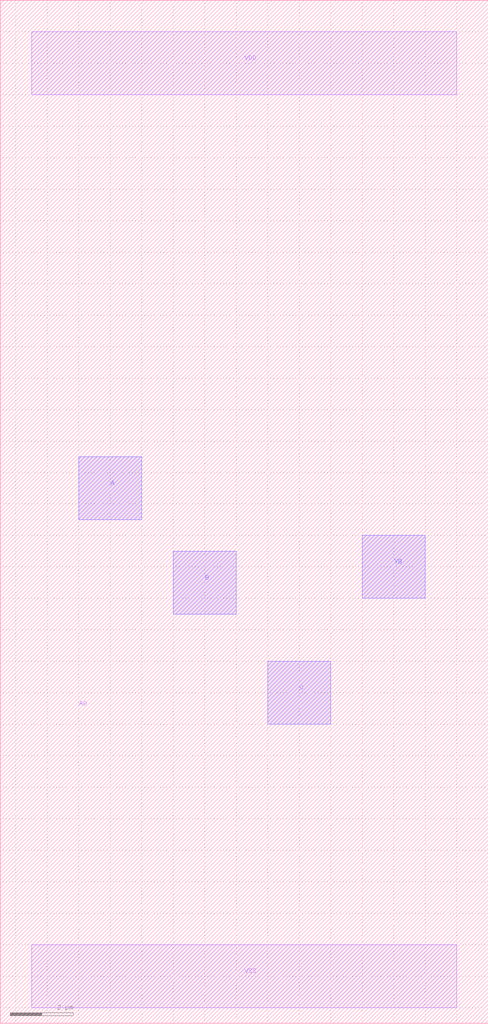
<source format=lef>
# C:/Users/akita/Documents/na31.lef
# Created by Glade release version 4.7.35 compiled on May 19 2020 19:14:35
# Run by akita on host LAPTOP-E0CJ65QR at Wed Jun  3 17:37:18 2020

VERSION 5.6 ;
NAMESCASESENSITIVE ON ;
BUSBITCHARS "[]" ;
DIVIDERCHAR "/"  ;
UNITS
    DATABASE MICRONS 1000 ;
END UNITS

MACRO na31
    CLASS core ;
    FOREIGN na31 -1.500 -1.500 ;
    ORIGIN 1.500 1.500 ;
    SIZE 15.500 BY 32.500 ;
    PIN YB
        DIRECTION OUTPUT ;
        USE SIGNAL ;
        PORT
        LAYER ML2 ;
        RECT 10.000 12.000 12.000 14.000 ;
        LAYER ML1 ;
        RECT 10.000 12.000 12.000 14.000 ;
        END
    END YB
    PIN VDD
        DIRECTION INOUT ;
        USE POWER ;
        PORT
        LAYER ML1 ;
        RECT -0.500 28.000 13.000 30.000 ;
        END
    END VDD
    PIN A0
        DIRECTION INPUT ;
        USE SIGNAL ;
        PORT
        LAYER ML1 ;
        RECT 1.000 8.500 1.000 8.500 ;
        END
    END A0
    PIN B
        DIRECTION INPUT ;
        USE SIGNAL ;
        PORT
        LAYER ML2 ;
        RECT 4.000 11.500 6.000 13.500 ;
        LAYER ML1 ;
        RECT 4.000 11.500 6.000 13.500 ;
        END
    END B
    PIN A
        DIRECTION INPUT ;
        USE SIGNAL ;
        PORT
        LAYER ML2 ;
        RECT 1.000 14.500 3.000 16.500 ;
        LAYER ML1 ;
        RECT 1.000 14.500 3.000 16.500 ;
        END
    END A
    PIN C
        DIRECTION INPUT ;
        USE SIGNAL ;
        PORT
        LAYER ML2 ;
        RECT 7.000 8.000 9.000 10.000 ;
        LAYER ML1 ;
        RECT 7.000 8.000 9.000 10.000 ;
        END
    END C
    PIN VSS
        DIRECTION INOUT ;
        USE GROUND ;
        PORT
        LAYER ML1 ;
        RECT -0.500 -1.000 13.000 1.000 ;
        END
    END VSS
    OBS
    END
END na31

END LIBRARY

</source>
